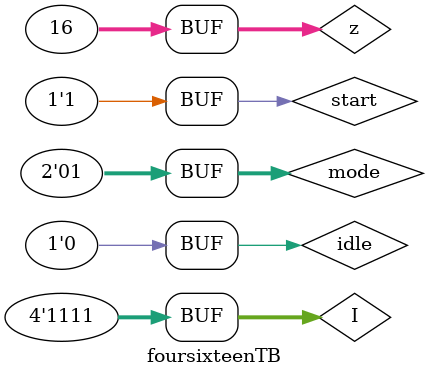
<source format=v>
`timescale 1ns / 1ps


module foursixteenTB(

    );
    reg [3:0]I;
    reg [1:0]mode;
    reg start, idle;
    wire [15:0]LED;
    foursixteendecoder Chip(.I(I),.mode(mode),.start(start),.idle(idle),.LED(LED));
    integer z;
    initial begin
        mode = 2'd1; start = 1; idle = 0;
        for (z = 0; z < 16; z = z + 1)
        begin
        I = z;
        #8;
        end
    end
endmodule

</source>
